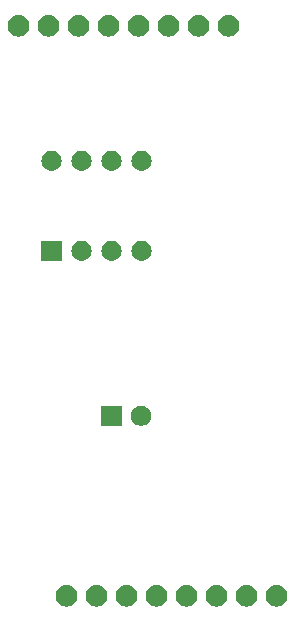
<source format=gbr>
G04 #@! TF.GenerationSoftware,KiCad,Pcbnew,(5.0.2)-1*
G04 #@! TF.CreationDate,2019-08-18T23:26:54-04:00*
G04 #@! TF.ProjectId,ATTINY_Bootloader,41545449-4e59-45f4-926f-6f746c6f6164,rev?*
G04 #@! TF.SameCoordinates,Original*
G04 #@! TF.FileFunction,Soldermask,Top*
G04 #@! TF.FilePolarity,Negative*
%FSLAX46Y46*%
G04 Gerber Fmt 4.6, Leading zero omitted, Abs format (unit mm)*
G04 Created by KiCad (PCBNEW (5.0.2)-1) date 8/18/2019 11:26:54 PM*
%MOMM*%
%LPD*%
G01*
G04 APERTURE LIST*
%ADD10C,0.100000*%
G04 APERTURE END LIST*
D10*
G36*
X156389294Y-127368633D02*
X156561694Y-127420931D01*
X156561696Y-127420932D01*
X156720583Y-127505859D01*
X156720585Y-127505860D01*
X156720584Y-127505860D01*
X156859849Y-127620151D01*
X156974140Y-127759416D01*
X157059069Y-127918306D01*
X157111367Y-128090706D01*
X157129025Y-128270000D01*
X157111367Y-128449294D01*
X157059069Y-128621694D01*
X157059068Y-128621696D01*
X156974141Y-128780583D01*
X156859849Y-128919849D01*
X156720583Y-129034141D01*
X156561696Y-129119068D01*
X156561694Y-129119069D01*
X156389294Y-129171367D01*
X156254931Y-129184600D01*
X156165069Y-129184600D01*
X156030706Y-129171367D01*
X155858306Y-129119069D01*
X155858304Y-129119068D01*
X155699417Y-129034141D01*
X155560151Y-128919849D01*
X155445859Y-128780583D01*
X155360932Y-128621696D01*
X155360931Y-128621694D01*
X155308633Y-128449294D01*
X155290975Y-128270000D01*
X155308633Y-128090706D01*
X155360931Y-127918306D01*
X155445860Y-127759416D01*
X155560151Y-127620151D01*
X155699416Y-127505860D01*
X155699415Y-127505860D01*
X155699417Y-127505859D01*
X155858304Y-127420932D01*
X155858306Y-127420931D01*
X156030706Y-127368633D01*
X156165069Y-127355400D01*
X156254931Y-127355400D01*
X156389294Y-127368633D01*
X156389294Y-127368633D01*
G37*
G36*
X158929294Y-127368633D02*
X159101694Y-127420931D01*
X159101696Y-127420932D01*
X159260583Y-127505859D01*
X159260585Y-127505860D01*
X159260584Y-127505860D01*
X159399849Y-127620151D01*
X159514140Y-127759416D01*
X159599069Y-127918306D01*
X159651367Y-128090706D01*
X159669025Y-128270000D01*
X159651367Y-128449294D01*
X159599069Y-128621694D01*
X159599068Y-128621696D01*
X159514141Y-128780583D01*
X159399849Y-128919849D01*
X159260583Y-129034141D01*
X159101696Y-129119068D01*
X159101694Y-129119069D01*
X158929294Y-129171367D01*
X158794931Y-129184600D01*
X158705069Y-129184600D01*
X158570706Y-129171367D01*
X158398306Y-129119069D01*
X158398304Y-129119068D01*
X158239417Y-129034141D01*
X158100151Y-128919849D01*
X157985859Y-128780583D01*
X157900932Y-128621696D01*
X157900931Y-128621694D01*
X157848633Y-128449294D01*
X157830975Y-128270000D01*
X157848633Y-128090706D01*
X157900931Y-127918306D01*
X157985860Y-127759416D01*
X158100151Y-127620151D01*
X158239416Y-127505860D01*
X158239415Y-127505860D01*
X158239417Y-127505859D01*
X158398304Y-127420932D01*
X158398306Y-127420931D01*
X158570706Y-127368633D01*
X158705069Y-127355400D01*
X158794931Y-127355400D01*
X158929294Y-127368633D01*
X158929294Y-127368633D01*
G37*
G36*
X161469294Y-127368633D02*
X161641694Y-127420931D01*
X161641696Y-127420932D01*
X161800583Y-127505859D01*
X161800585Y-127505860D01*
X161800584Y-127505860D01*
X161939849Y-127620151D01*
X162054140Y-127759416D01*
X162139069Y-127918306D01*
X162191367Y-128090706D01*
X162209025Y-128270000D01*
X162191367Y-128449294D01*
X162139069Y-128621694D01*
X162139068Y-128621696D01*
X162054141Y-128780583D01*
X161939849Y-128919849D01*
X161800583Y-129034141D01*
X161641696Y-129119068D01*
X161641694Y-129119069D01*
X161469294Y-129171367D01*
X161334931Y-129184600D01*
X161245069Y-129184600D01*
X161110706Y-129171367D01*
X160938306Y-129119069D01*
X160938304Y-129119068D01*
X160779417Y-129034141D01*
X160640151Y-128919849D01*
X160525859Y-128780583D01*
X160440932Y-128621696D01*
X160440931Y-128621694D01*
X160388633Y-128449294D01*
X160370975Y-128270000D01*
X160388633Y-128090706D01*
X160440931Y-127918306D01*
X160525860Y-127759416D01*
X160640151Y-127620151D01*
X160779416Y-127505860D01*
X160779415Y-127505860D01*
X160779417Y-127505859D01*
X160938304Y-127420932D01*
X160938306Y-127420931D01*
X161110706Y-127368633D01*
X161245069Y-127355400D01*
X161334931Y-127355400D01*
X161469294Y-127368633D01*
X161469294Y-127368633D01*
G37*
G36*
X164009294Y-127368633D02*
X164181694Y-127420931D01*
X164181696Y-127420932D01*
X164340583Y-127505859D01*
X164340585Y-127505860D01*
X164340584Y-127505860D01*
X164479849Y-127620151D01*
X164594140Y-127759416D01*
X164679069Y-127918306D01*
X164731367Y-128090706D01*
X164749025Y-128270000D01*
X164731367Y-128449294D01*
X164679069Y-128621694D01*
X164679068Y-128621696D01*
X164594141Y-128780583D01*
X164479849Y-128919849D01*
X164340583Y-129034141D01*
X164181696Y-129119068D01*
X164181694Y-129119069D01*
X164009294Y-129171367D01*
X163874931Y-129184600D01*
X163785069Y-129184600D01*
X163650706Y-129171367D01*
X163478306Y-129119069D01*
X163478304Y-129119068D01*
X163319417Y-129034141D01*
X163180151Y-128919849D01*
X163065859Y-128780583D01*
X162980932Y-128621696D01*
X162980931Y-128621694D01*
X162928633Y-128449294D01*
X162910975Y-128270000D01*
X162928633Y-128090706D01*
X162980931Y-127918306D01*
X163065860Y-127759416D01*
X163180151Y-127620151D01*
X163319416Y-127505860D01*
X163319415Y-127505860D01*
X163319417Y-127505859D01*
X163478304Y-127420932D01*
X163478306Y-127420931D01*
X163650706Y-127368633D01*
X163785069Y-127355400D01*
X163874931Y-127355400D01*
X164009294Y-127368633D01*
X164009294Y-127368633D01*
G37*
G36*
X166549294Y-127368633D02*
X166721694Y-127420931D01*
X166721696Y-127420932D01*
X166880583Y-127505859D01*
X166880585Y-127505860D01*
X166880584Y-127505860D01*
X167019849Y-127620151D01*
X167134140Y-127759416D01*
X167219069Y-127918306D01*
X167271367Y-128090706D01*
X167289025Y-128270000D01*
X167271367Y-128449294D01*
X167219069Y-128621694D01*
X167219068Y-128621696D01*
X167134141Y-128780583D01*
X167019849Y-128919849D01*
X166880583Y-129034141D01*
X166721696Y-129119068D01*
X166721694Y-129119069D01*
X166549294Y-129171367D01*
X166414931Y-129184600D01*
X166325069Y-129184600D01*
X166190706Y-129171367D01*
X166018306Y-129119069D01*
X166018304Y-129119068D01*
X165859417Y-129034141D01*
X165720151Y-128919849D01*
X165605859Y-128780583D01*
X165520932Y-128621696D01*
X165520931Y-128621694D01*
X165468633Y-128449294D01*
X165450975Y-128270000D01*
X165468633Y-128090706D01*
X165520931Y-127918306D01*
X165605860Y-127759416D01*
X165720151Y-127620151D01*
X165859416Y-127505860D01*
X165859415Y-127505860D01*
X165859417Y-127505859D01*
X166018304Y-127420932D01*
X166018306Y-127420931D01*
X166190706Y-127368633D01*
X166325069Y-127355400D01*
X166414931Y-127355400D01*
X166549294Y-127368633D01*
X166549294Y-127368633D01*
G37*
G36*
X169089294Y-127368633D02*
X169261694Y-127420931D01*
X169261696Y-127420932D01*
X169420583Y-127505859D01*
X169420585Y-127505860D01*
X169420584Y-127505860D01*
X169559849Y-127620151D01*
X169674140Y-127759416D01*
X169759069Y-127918306D01*
X169811367Y-128090706D01*
X169829025Y-128270000D01*
X169811367Y-128449294D01*
X169759069Y-128621694D01*
X169759068Y-128621696D01*
X169674141Y-128780583D01*
X169559849Y-128919849D01*
X169420583Y-129034141D01*
X169261696Y-129119068D01*
X169261694Y-129119069D01*
X169089294Y-129171367D01*
X168954931Y-129184600D01*
X168865069Y-129184600D01*
X168730706Y-129171367D01*
X168558306Y-129119069D01*
X168558304Y-129119068D01*
X168399417Y-129034141D01*
X168260151Y-128919849D01*
X168145859Y-128780583D01*
X168060932Y-128621696D01*
X168060931Y-128621694D01*
X168008633Y-128449294D01*
X167990975Y-128270000D01*
X168008633Y-128090706D01*
X168060931Y-127918306D01*
X168145860Y-127759416D01*
X168260151Y-127620151D01*
X168399416Y-127505860D01*
X168399415Y-127505860D01*
X168399417Y-127505859D01*
X168558304Y-127420932D01*
X168558306Y-127420931D01*
X168730706Y-127368633D01*
X168865069Y-127355400D01*
X168954931Y-127355400D01*
X169089294Y-127368633D01*
X169089294Y-127368633D01*
G37*
G36*
X174169294Y-127368633D02*
X174341694Y-127420931D01*
X174341696Y-127420932D01*
X174500583Y-127505859D01*
X174500585Y-127505860D01*
X174500584Y-127505860D01*
X174639849Y-127620151D01*
X174754140Y-127759416D01*
X174839069Y-127918306D01*
X174891367Y-128090706D01*
X174909025Y-128270000D01*
X174891367Y-128449294D01*
X174839069Y-128621694D01*
X174839068Y-128621696D01*
X174754141Y-128780583D01*
X174639849Y-128919849D01*
X174500583Y-129034141D01*
X174341696Y-129119068D01*
X174341694Y-129119069D01*
X174169294Y-129171367D01*
X174034931Y-129184600D01*
X173945069Y-129184600D01*
X173810706Y-129171367D01*
X173638306Y-129119069D01*
X173638304Y-129119068D01*
X173479417Y-129034141D01*
X173340151Y-128919849D01*
X173225859Y-128780583D01*
X173140932Y-128621696D01*
X173140931Y-128621694D01*
X173088633Y-128449294D01*
X173070975Y-128270000D01*
X173088633Y-128090706D01*
X173140931Y-127918306D01*
X173225860Y-127759416D01*
X173340151Y-127620151D01*
X173479416Y-127505860D01*
X173479415Y-127505860D01*
X173479417Y-127505859D01*
X173638304Y-127420932D01*
X173638306Y-127420931D01*
X173810706Y-127368633D01*
X173945069Y-127355400D01*
X174034931Y-127355400D01*
X174169294Y-127368633D01*
X174169294Y-127368633D01*
G37*
G36*
X171629294Y-127368633D02*
X171801694Y-127420931D01*
X171801696Y-127420932D01*
X171960583Y-127505859D01*
X171960585Y-127505860D01*
X171960584Y-127505860D01*
X172099849Y-127620151D01*
X172214140Y-127759416D01*
X172299069Y-127918306D01*
X172351367Y-128090706D01*
X172369025Y-128270000D01*
X172351367Y-128449294D01*
X172299069Y-128621694D01*
X172299068Y-128621696D01*
X172214141Y-128780583D01*
X172099849Y-128919849D01*
X171960583Y-129034141D01*
X171801696Y-129119068D01*
X171801694Y-129119069D01*
X171629294Y-129171367D01*
X171494931Y-129184600D01*
X171405069Y-129184600D01*
X171270706Y-129171367D01*
X171098306Y-129119069D01*
X171098304Y-129119068D01*
X170939417Y-129034141D01*
X170800151Y-128919849D01*
X170685859Y-128780583D01*
X170600932Y-128621696D01*
X170600931Y-128621694D01*
X170548633Y-128449294D01*
X170530975Y-128270000D01*
X170548633Y-128090706D01*
X170600931Y-127918306D01*
X170685860Y-127759416D01*
X170800151Y-127620151D01*
X170939416Y-127505860D01*
X170939415Y-127505860D01*
X170939417Y-127505859D01*
X171098304Y-127420932D01*
X171098306Y-127420931D01*
X171270706Y-127368633D01*
X171405069Y-127355400D01*
X171494931Y-127355400D01*
X171629294Y-127368633D01*
X171629294Y-127368633D01*
G37*
G36*
X160871000Y-113881000D02*
X159169000Y-113881000D01*
X159169000Y-112179000D01*
X160871000Y-112179000D01*
X160871000Y-113881000D01*
X160871000Y-113881000D01*
G37*
G36*
X162768228Y-112211703D02*
X162923100Y-112275853D01*
X163062481Y-112368985D01*
X163181015Y-112487519D01*
X163274147Y-112626900D01*
X163338297Y-112781772D01*
X163371000Y-112946184D01*
X163371000Y-113113816D01*
X163338297Y-113278228D01*
X163274147Y-113433100D01*
X163181015Y-113572481D01*
X163062481Y-113691015D01*
X162923100Y-113784147D01*
X162768228Y-113848297D01*
X162603816Y-113881000D01*
X162436184Y-113881000D01*
X162271772Y-113848297D01*
X162116900Y-113784147D01*
X161977519Y-113691015D01*
X161858985Y-113572481D01*
X161765853Y-113433100D01*
X161701703Y-113278228D01*
X161669000Y-113113816D01*
X161669000Y-112946184D01*
X161701703Y-112781772D01*
X161765853Y-112626900D01*
X161858985Y-112487519D01*
X161977519Y-112368985D01*
X162116900Y-112275853D01*
X162271772Y-112211703D01*
X162436184Y-112179000D01*
X162603816Y-112179000D01*
X162768228Y-112211703D01*
X162768228Y-112211703D01*
G37*
G36*
X162726821Y-98221313D02*
X162726824Y-98221314D01*
X162726825Y-98221314D01*
X162887239Y-98269975D01*
X162887241Y-98269976D01*
X162887244Y-98269977D01*
X163035078Y-98348995D01*
X163164659Y-98455341D01*
X163271005Y-98584922D01*
X163350023Y-98732756D01*
X163398687Y-98893179D01*
X163415117Y-99060000D01*
X163398687Y-99226821D01*
X163350023Y-99387244D01*
X163271005Y-99535078D01*
X163164659Y-99664659D01*
X163035078Y-99771005D01*
X162887244Y-99850023D01*
X162887241Y-99850024D01*
X162887239Y-99850025D01*
X162726825Y-99898686D01*
X162726824Y-99898686D01*
X162726821Y-99898687D01*
X162601804Y-99911000D01*
X162518196Y-99911000D01*
X162393179Y-99898687D01*
X162393176Y-99898686D01*
X162393175Y-99898686D01*
X162232761Y-99850025D01*
X162232759Y-99850024D01*
X162232756Y-99850023D01*
X162084922Y-99771005D01*
X161955341Y-99664659D01*
X161848995Y-99535078D01*
X161769977Y-99387244D01*
X161721313Y-99226821D01*
X161704883Y-99060000D01*
X161721313Y-98893179D01*
X161769977Y-98732756D01*
X161848995Y-98584922D01*
X161955341Y-98455341D01*
X162084922Y-98348995D01*
X162232756Y-98269977D01*
X162232759Y-98269976D01*
X162232761Y-98269975D01*
X162393175Y-98221314D01*
X162393176Y-98221314D01*
X162393179Y-98221313D01*
X162518196Y-98209000D01*
X162601804Y-98209000D01*
X162726821Y-98221313D01*
X162726821Y-98221313D01*
G37*
G36*
X160186821Y-98221313D02*
X160186824Y-98221314D01*
X160186825Y-98221314D01*
X160347239Y-98269975D01*
X160347241Y-98269976D01*
X160347244Y-98269977D01*
X160495078Y-98348995D01*
X160624659Y-98455341D01*
X160731005Y-98584922D01*
X160810023Y-98732756D01*
X160858687Y-98893179D01*
X160875117Y-99060000D01*
X160858687Y-99226821D01*
X160810023Y-99387244D01*
X160731005Y-99535078D01*
X160624659Y-99664659D01*
X160495078Y-99771005D01*
X160347244Y-99850023D01*
X160347241Y-99850024D01*
X160347239Y-99850025D01*
X160186825Y-99898686D01*
X160186824Y-99898686D01*
X160186821Y-99898687D01*
X160061804Y-99911000D01*
X159978196Y-99911000D01*
X159853179Y-99898687D01*
X159853176Y-99898686D01*
X159853175Y-99898686D01*
X159692761Y-99850025D01*
X159692759Y-99850024D01*
X159692756Y-99850023D01*
X159544922Y-99771005D01*
X159415341Y-99664659D01*
X159308995Y-99535078D01*
X159229977Y-99387244D01*
X159181313Y-99226821D01*
X159164883Y-99060000D01*
X159181313Y-98893179D01*
X159229977Y-98732756D01*
X159308995Y-98584922D01*
X159415341Y-98455341D01*
X159544922Y-98348995D01*
X159692756Y-98269977D01*
X159692759Y-98269976D01*
X159692761Y-98269975D01*
X159853175Y-98221314D01*
X159853176Y-98221314D01*
X159853179Y-98221313D01*
X159978196Y-98209000D01*
X160061804Y-98209000D01*
X160186821Y-98221313D01*
X160186821Y-98221313D01*
G37*
G36*
X157646821Y-98221313D02*
X157646824Y-98221314D01*
X157646825Y-98221314D01*
X157807239Y-98269975D01*
X157807241Y-98269976D01*
X157807244Y-98269977D01*
X157955078Y-98348995D01*
X158084659Y-98455341D01*
X158191005Y-98584922D01*
X158270023Y-98732756D01*
X158318687Y-98893179D01*
X158335117Y-99060000D01*
X158318687Y-99226821D01*
X158270023Y-99387244D01*
X158191005Y-99535078D01*
X158084659Y-99664659D01*
X157955078Y-99771005D01*
X157807244Y-99850023D01*
X157807241Y-99850024D01*
X157807239Y-99850025D01*
X157646825Y-99898686D01*
X157646824Y-99898686D01*
X157646821Y-99898687D01*
X157521804Y-99911000D01*
X157438196Y-99911000D01*
X157313179Y-99898687D01*
X157313176Y-99898686D01*
X157313175Y-99898686D01*
X157152761Y-99850025D01*
X157152759Y-99850024D01*
X157152756Y-99850023D01*
X157004922Y-99771005D01*
X156875341Y-99664659D01*
X156768995Y-99535078D01*
X156689977Y-99387244D01*
X156641313Y-99226821D01*
X156624883Y-99060000D01*
X156641313Y-98893179D01*
X156689977Y-98732756D01*
X156768995Y-98584922D01*
X156875341Y-98455341D01*
X157004922Y-98348995D01*
X157152756Y-98269977D01*
X157152759Y-98269976D01*
X157152761Y-98269975D01*
X157313175Y-98221314D01*
X157313176Y-98221314D01*
X157313179Y-98221313D01*
X157438196Y-98209000D01*
X157521804Y-98209000D01*
X157646821Y-98221313D01*
X157646821Y-98221313D01*
G37*
G36*
X155791000Y-99911000D02*
X154089000Y-99911000D01*
X154089000Y-98209000D01*
X155791000Y-98209000D01*
X155791000Y-99911000D01*
X155791000Y-99911000D01*
G37*
G36*
X162726821Y-90601313D02*
X162726824Y-90601314D01*
X162726825Y-90601314D01*
X162887239Y-90649975D01*
X162887241Y-90649976D01*
X162887244Y-90649977D01*
X163035078Y-90728995D01*
X163164659Y-90835341D01*
X163271005Y-90964922D01*
X163350023Y-91112756D01*
X163398687Y-91273179D01*
X163415117Y-91440000D01*
X163398687Y-91606821D01*
X163350023Y-91767244D01*
X163271005Y-91915078D01*
X163164659Y-92044659D01*
X163035078Y-92151005D01*
X162887244Y-92230023D01*
X162887241Y-92230024D01*
X162887239Y-92230025D01*
X162726825Y-92278686D01*
X162726824Y-92278686D01*
X162726821Y-92278687D01*
X162601804Y-92291000D01*
X162518196Y-92291000D01*
X162393179Y-92278687D01*
X162393176Y-92278686D01*
X162393175Y-92278686D01*
X162232761Y-92230025D01*
X162232759Y-92230024D01*
X162232756Y-92230023D01*
X162084922Y-92151005D01*
X161955341Y-92044659D01*
X161848995Y-91915078D01*
X161769977Y-91767244D01*
X161721313Y-91606821D01*
X161704883Y-91440000D01*
X161721313Y-91273179D01*
X161769977Y-91112756D01*
X161848995Y-90964922D01*
X161955341Y-90835341D01*
X162084922Y-90728995D01*
X162232756Y-90649977D01*
X162232759Y-90649976D01*
X162232761Y-90649975D01*
X162393175Y-90601314D01*
X162393176Y-90601314D01*
X162393179Y-90601313D01*
X162518196Y-90589000D01*
X162601804Y-90589000D01*
X162726821Y-90601313D01*
X162726821Y-90601313D01*
G37*
G36*
X160186821Y-90601313D02*
X160186824Y-90601314D01*
X160186825Y-90601314D01*
X160347239Y-90649975D01*
X160347241Y-90649976D01*
X160347244Y-90649977D01*
X160495078Y-90728995D01*
X160624659Y-90835341D01*
X160731005Y-90964922D01*
X160810023Y-91112756D01*
X160858687Y-91273179D01*
X160875117Y-91440000D01*
X160858687Y-91606821D01*
X160810023Y-91767244D01*
X160731005Y-91915078D01*
X160624659Y-92044659D01*
X160495078Y-92151005D01*
X160347244Y-92230023D01*
X160347241Y-92230024D01*
X160347239Y-92230025D01*
X160186825Y-92278686D01*
X160186824Y-92278686D01*
X160186821Y-92278687D01*
X160061804Y-92291000D01*
X159978196Y-92291000D01*
X159853179Y-92278687D01*
X159853176Y-92278686D01*
X159853175Y-92278686D01*
X159692761Y-92230025D01*
X159692759Y-92230024D01*
X159692756Y-92230023D01*
X159544922Y-92151005D01*
X159415341Y-92044659D01*
X159308995Y-91915078D01*
X159229977Y-91767244D01*
X159181313Y-91606821D01*
X159164883Y-91440000D01*
X159181313Y-91273179D01*
X159229977Y-91112756D01*
X159308995Y-90964922D01*
X159415341Y-90835341D01*
X159544922Y-90728995D01*
X159692756Y-90649977D01*
X159692759Y-90649976D01*
X159692761Y-90649975D01*
X159853175Y-90601314D01*
X159853176Y-90601314D01*
X159853179Y-90601313D01*
X159978196Y-90589000D01*
X160061804Y-90589000D01*
X160186821Y-90601313D01*
X160186821Y-90601313D01*
G37*
G36*
X157646821Y-90601313D02*
X157646824Y-90601314D01*
X157646825Y-90601314D01*
X157807239Y-90649975D01*
X157807241Y-90649976D01*
X157807244Y-90649977D01*
X157955078Y-90728995D01*
X158084659Y-90835341D01*
X158191005Y-90964922D01*
X158270023Y-91112756D01*
X158318687Y-91273179D01*
X158335117Y-91440000D01*
X158318687Y-91606821D01*
X158270023Y-91767244D01*
X158191005Y-91915078D01*
X158084659Y-92044659D01*
X157955078Y-92151005D01*
X157807244Y-92230023D01*
X157807241Y-92230024D01*
X157807239Y-92230025D01*
X157646825Y-92278686D01*
X157646824Y-92278686D01*
X157646821Y-92278687D01*
X157521804Y-92291000D01*
X157438196Y-92291000D01*
X157313179Y-92278687D01*
X157313176Y-92278686D01*
X157313175Y-92278686D01*
X157152761Y-92230025D01*
X157152759Y-92230024D01*
X157152756Y-92230023D01*
X157004922Y-92151005D01*
X156875341Y-92044659D01*
X156768995Y-91915078D01*
X156689977Y-91767244D01*
X156641313Y-91606821D01*
X156624883Y-91440000D01*
X156641313Y-91273179D01*
X156689977Y-91112756D01*
X156768995Y-90964922D01*
X156875341Y-90835341D01*
X157004922Y-90728995D01*
X157152756Y-90649977D01*
X157152759Y-90649976D01*
X157152761Y-90649975D01*
X157313175Y-90601314D01*
X157313176Y-90601314D01*
X157313179Y-90601313D01*
X157438196Y-90589000D01*
X157521804Y-90589000D01*
X157646821Y-90601313D01*
X157646821Y-90601313D01*
G37*
G36*
X155106821Y-90601313D02*
X155106824Y-90601314D01*
X155106825Y-90601314D01*
X155267239Y-90649975D01*
X155267241Y-90649976D01*
X155267244Y-90649977D01*
X155415078Y-90728995D01*
X155544659Y-90835341D01*
X155651005Y-90964922D01*
X155730023Y-91112756D01*
X155778687Y-91273179D01*
X155795117Y-91440000D01*
X155778687Y-91606821D01*
X155730023Y-91767244D01*
X155651005Y-91915078D01*
X155544659Y-92044659D01*
X155415078Y-92151005D01*
X155267244Y-92230023D01*
X155267241Y-92230024D01*
X155267239Y-92230025D01*
X155106825Y-92278686D01*
X155106824Y-92278686D01*
X155106821Y-92278687D01*
X154981804Y-92291000D01*
X154898196Y-92291000D01*
X154773179Y-92278687D01*
X154773176Y-92278686D01*
X154773175Y-92278686D01*
X154612761Y-92230025D01*
X154612759Y-92230024D01*
X154612756Y-92230023D01*
X154464922Y-92151005D01*
X154335341Y-92044659D01*
X154228995Y-91915078D01*
X154149977Y-91767244D01*
X154101313Y-91606821D01*
X154084883Y-91440000D01*
X154101313Y-91273179D01*
X154149977Y-91112756D01*
X154228995Y-90964922D01*
X154335341Y-90835341D01*
X154464922Y-90728995D01*
X154612756Y-90649977D01*
X154612759Y-90649976D01*
X154612761Y-90649975D01*
X154773175Y-90601314D01*
X154773176Y-90601314D01*
X154773179Y-90601313D01*
X154898196Y-90589000D01*
X154981804Y-90589000D01*
X155106821Y-90601313D01*
X155106821Y-90601313D01*
G37*
G36*
X157405294Y-79108633D02*
X157577694Y-79160931D01*
X157577696Y-79160932D01*
X157736583Y-79245859D01*
X157736585Y-79245860D01*
X157736584Y-79245860D01*
X157875849Y-79360151D01*
X157990140Y-79499416D01*
X158075069Y-79658306D01*
X158127367Y-79830706D01*
X158145025Y-80010000D01*
X158127367Y-80189294D01*
X158075069Y-80361694D01*
X158075068Y-80361696D01*
X157990141Y-80520583D01*
X157875849Y-80659849D01*
X157736583Y-80774141D01*
X157577696Y-80859068D01*
X157577694Y-80859069D01*
X157405294Y-80911367D01*
X157270931Y-80924600D01*
X157181069Y-80924600D01*
X157046706Y-80911367D01*
X156874306Y-80859069D01*
X156874304Y-80859068D01*
X156715417Y-80774141D01*
X156576151Y-80659849D01*
X156461859Y-80520583D01*
X156376932Y-80361696D01*
X156376931Y-80361694D01*
X156324633Y-80189294D01*
X156306975Y-80010000D01*
X156324633Y-79830706D01*
X156376931Y-79658306D01*
X156461860Y-79499416D01*
X156576151Y-79360151D01*
X156715416Y-79245860D01*
X156715415Y-79245860D01*
X156715417Y-79245859D01*
X156874304Y-79160932D01*
X156874306Y-79160931D01*
X157046706Y-79108633D01*
X157181069Y-79095400D01*
X157270931Y-79095400D01*
X157405294Y-79108633D01*
X157405294Y-79108633D01*
G37*
G36*
X162485294Y-79108633D02*
X162657694Y-79160931D01*
X162657696Y-79160932D01*
X162816583Y-79245859D01*
X162816585Y-79245860D01*
X162816584Y-79245860D01*
X162955849Y-79360151D01*
X163070140Y-79499416D01*
X163155069Y-79658306D01*
X163207367Y-79830706D01*
X163225025Y-80010000D01*
X163207367Y-80189294D01*
X163155069Y-80361694D01*
X163155068Y-80361696D01*
X163070141Y-80520583D01*
X162955849Y-80659849D01*
X162816583Y-80774141D01*
X162657696Y-80859068D01*
X162657694Y-80859069D01*
X162485294Y-80911367D01*
X162350931Y-80924600D01*
X162261069Y-80924600D01*
X162126706Y-80911367D01*
X161954306Y-80859069D01*
X161954304Y-80859068D01*
X161795417Y-80774141D01*
X161656151Y-80659849D01*
X161541859Y-80520583D01*
X161456932Y-80361696D01*
X161456931Y-80361694D01*
X161404633Y-80189294D01*
X161386975Y-80010000D01*
X161404633Y-79830706D01*
X161456931Y-79658306D01*
X161541860Y-79499416D01*
X161656151Y-79360151D01*
X161795416Y-79245860D01*
X161795415Y-79245860D01*
X161795417Y-79245859D01*
X161954304Y-79160932D01*
X161954306Y-79160931D01*
X162126706Y-79108633D01*
X162261069Y-79095400D01*
X162350931Y-79095400D01*
X162485294Y-79108633D01*
X162485294Y-79108633D01*
G37*
G36*
X159945294Y-79108633D02*
X160117694Y-79160931D01*
X160117696Y-79160932D01*
X160276583Y-79245859D01*
X160276585Y-79245860D01*
X160276584Y-79245860D01*
X160415849Y-79360151D01*
X160530140Y-79499416D01*
X160615069Y-79658306D01*
X160667367Y-79830706D01*
X160685025Y-80010000D01*
X160667367Y-80189294D01*
X160615069Y-80361694D01*
X160615068Y-80361696D01*
X160530141Y-80520583D01*
X160415849Y-80659849D01*
X160276583Y-80774141D01*
X160117696Y-80859068D01*
X160117694Y-80859069D01*
X159945294Y-80911367D01*
X159810931Y-80924600D01*
X159721069Y-80924600D01*
X159586706Y-80911367D01*
X159414306Y-80859069D01*
X159414304Y-80859068D01*
X159255417Y-80774141D01*
X159116151Y-80659849D01*
X159001859Y-80520583D01*
X158916932Y-80361696D01*
X158916931Y-80361694D01*
X158864633Y-80189294D01*
X158846975Y-80010000D01*
X158864633Y-79830706D01*
X158916931Y-79658306D01*
X159001860Y-79499416D01*
X159116151Y-79360151D01*
X159255416Y-79245860D01*
X159255415Y-79245860D01*
X159255417Y-79245859D01*
X159414304Y-79160932D01*
X159414306Y-79160931D01*
X159586706Y-79108633D01*
X159721069Y-79095400D01*
X159810931Y-79095400D01*
X159945294Y-79108633D01*
X159945294Y-79108633D01*
G37*
G36*
X154865294Y-79108633D02*
X155037694Y-79160931D01*
X155037696Y-79160932D01*
X155196583Y-79245859D01*
X155196585Y-79245860D01*
X155196584Y-79245860D01*
X155335849Y-79360151D01*
X155450140Y-79499416D01*
X155535069Y-79658306D01*
X155587367Y-79830706D01*
X155605025Y-80010000D01*
X155587367Y-80189294D01*
X155535069Y-80361694D01*
X155535068Y-80361696D01*
X155450141Y-80520583D01*
X155335849Y-80659849D01*
X155196583Y-80774141D01*
X155037696Y-80859068D01*
X155037694Y-80859069D01*
X154865294Y-80911367D01*
X154730931Y-80924600D01*
X154641069Y-80924600D01*
X154506706Y-80911367D01*
X154334306Y-80859069D01*
X154334304Y-80859068D01*
X154175417Y-80774141D01*
X154036151Y-80659849D01*
X153921859Y-80520583D01*
X153836932Y-80361696D01*
X153836931Y-80361694D01*
X153784633Y-80189294D01*
X153766975Y-80010000D01*
X153784633Y-79830706D01*
X153836931Y-79658306D01*
X153921860Y-79499416D01*
X154036151Y-79360151D01*
X154175416Y-79245860D01*
X154175415Y-79245860D01*
X154175417Y-79245859D01*
X154334304Y-79160932D01*
X154334306Y-79160931D01*
X154506706Y-79108633D01*
X154641069Y-79095400D01*
X154730931Y-79095400D01*
X154865294Y-79108633D01*
X154865294Y-79108633D01*
G37*
G36*
X152325294Y-79108633D02*
X152497694Y-79160931D01*
X152497696Y-79160932D01*
X152656583Y-79245859D01*
X152656585Y-79245860D01*
X152656584Y-79245860D01*
X152795849Y-79360151D01*
X152910140Y-79499416D01*
X152995069Y-79658306D01*
X153047367Y-79830706D01*
X153065025Y-80010000D01*
X153047367Y-80189294D01*
X152995069Y-80361694D01*
X152995068Y-80361696D01*
X152910141Y-80520583D01*
X152795849Y-80659849D01*
X152656583Y-80774141D01*
X152497696Y-80859068D01*
X152497694Y-80859069D01*
X152325294Y-80911367D01*
X152190931Y-80924600D01*
X152101069Y-80924600D01*
X151966706Y-80911367D01*
X151794306Y-80859069D01*
X151794304Y-80859068D01*
X151635417Y-80774141D01*
X151496151Y-80659849D01*
X151381859Y-80520583D01*
X151296932Y-80361696D01*
X151296931Y-80361694D01*
X151244633Y-80189294D01*
X151226975Y-80010000D01*
X151244633Y-79830706D01*
X151296931Y-79658306D01*
X151381860Y-79499416D01*
X151496151Y-79360151D01*
X151635416Y-79245860D01*
X151635415Y-79245860D01*
X151635417Y-79245859D01*
X151794304Y-79160932D01*
X151794306Y-79160931D01*
X151966706Y-79108633D01*
X152101069Y-79095400D01*
X152190931Y-79095400D01*
X152325294Y-79108633D01*
X152325294Y-79108633D01*
G37*
G36*
X165025294Y-79108633D02*
X165197694Y-79160931D01*
X165197696Y-79160932D01*
X165356583Y-79245859D01*
X165356585Y-79245860D01*
X165356584Y-79245860D01*
X165495849Y-79360151D01*
X165610140Y-79499416D01*
X165695069Y-79658306D01*
X165747367Y-79830706D01*
X165765025Y-80010000D01*
X165747367Y-80189294D01*
X165695069Y-80361694D01*
X165695068Y-80361696D01*
X165610141Y-80520583D01*
X165495849Y-80659849D01*
X165356583Y-80774141D01*
X165197696Y-80859068D01*
X165197694Y-80859069D01*
X165025294Y-80911367D01*
X164890931Y-80924600D01*
X164801069Y-80924600D01*
X164666706Y-80911367D01*
X164494306Y-80859069D01*
X164494304Y-80859068D01*
X164335417Y-80774141D01*
X164196151Y-80659849D01*
X164081859Y-80520583D01*
X163996932Y-80361696D01*
X163996931Y-80361694D01*
X163944633Y-80189294D01*
X163926975Y-80010000D01*
X163944633Y-79830706D01*
X163996931Y-79658306D01*
X164081860Y-79499416D01*
X164196151Y-79360151D01*
X164335416Y-79245860D01*
X164335415Y-79245860D01*
X164335417Y-79245859D01*
X164494304Y-79160932D01*
X164494306Y-79160931D01*
X164666706Y-79108633D01*
X164801069Y-79095400D01*
X164890931Y-79095400D01*
X165025294Y-79108633D01*
X165025294Y-79108633D01*
G37*
G36*
X167565294Y-79108633D02*
X167737694Y-79160931D01*
X167737696Y-79160932D01*
X167896583Y-79245859D01*
X167896585Y-79245860D01*
X167896584Y-79245860D01*
X168035849Y-79360151D01*
X168150140Y-79499416D01*
X168235069Y-79658306D01*
X168287367Y-79830706D01*
X168305025Y-80010000D01*
X168287367Y-80189294D01*
X168235069Y-80361694D01*
X168235068Y-80361696D01*
X168150141Y-80520583D01*
X168035849Y-80659849D01*
X167896583Y-80774141D01*
X167737696Y-80859068D01*
X167737694Y-80859069D01*
X167565294Y-80911367D01*
X167430931Y-80924600D01*
X167341069Y-80924600D01*
X167206706Y-80911367D01*
X167034306Y-80859069D01*
X167034304Y-80859068D01*
X166875417Y-80774141D01*
X166736151Y-80659849D01*
X166621859Y-80520583D01*
X166536932Y-80361696D01*
X166536931Y-80361694D01*
X166484633Y-80189294D01*
X166466975Y-80010000D01*
X166484633Y-79830706D01*
X166536931Y-79658306D01*
X166621860Y-79499416D01*
X166736151Y-79360151D01*
X166875416Y-79245860D01*
X166875415Y-79245860D01*
X166875417Y-79245859D01*
X167034304Y-79160932D01*
X167034306Y-79160931D01*
X167206706Y-79108633D01*
X167341069Y-79095400D01*
X167430931Y-79095400D01*
X167565294Y-79108633D01*
X167565294Y-79108633D01*
G37*
G36*
X170105294Y-79108633D02*
X170277694Y-79160931D01*
X170277696Y-79160932D01*
X170436583Y-79245859D01*
X170436585Y-79245860D01*
X170436584Y-79245860D01*
X170575849Y-79360151D01*
X170690140Y-79499416D01*
X170775069Y-79658306D01*
X170827367Y-79830706D01*
X170845025Y-80010000D01*
X170827367Y-80189294D01*
X170775069Y-80361694D01*
X170775068Y-80361696D01*
X170690141Y-80520583D01*
X170575849Y-80659849D01*
X170436583Y-80774141D01*
X170277696Y-80859068D01*
X170277694Y-80859069D01*
X170105294Y-80911367D01*
X169970931Y-80924600D01*
X169881069Y-80924600D01*
X169746706Y-80911367D01*
X169574306Y-80859069D01*
X169574304Y-80859068D01*
X169415417Y-80774141D01*
X169276151Y-80659849D01*
X169161859Y-80520583D01*
X169076932Y-80361696D01*
X169076931Y-80361694D01*
X169024633Y-80189294D01*
X169006975Y-80010000D01*
X169024633Y-79830706D01*
X169076931Y-79658306D01*
X169161860Y-79499416D01*
X169276151Y-79360151D01*
X169415416Y-79245860D01*
X169415415Y-79245860D01*
X169415417Y-79245859D01*
X169574304Y-79160932D01*
X169574306Y-79160931D01*
X169746706Y-79108633D01*
X169881069Y-79095400D01*
X169970931Y-79095400D01*
X170105294Y-79108633D01*
X170105294Y-79108633D01*
G37*
M02*

</source>
